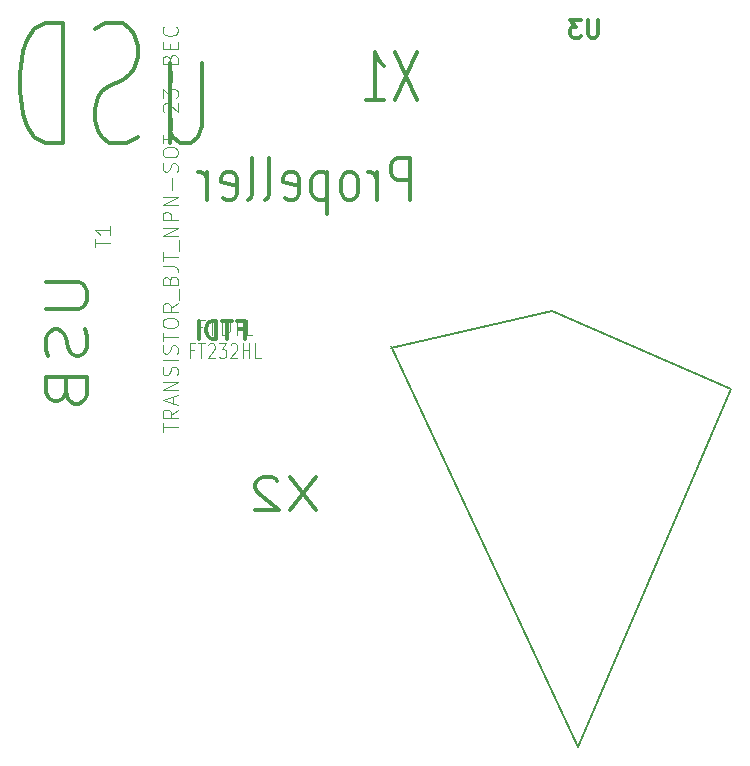
<source format=gbo>
G04 (created by PCBNEW (2013-07-07 BZR 4022)-stable) date 6/4/2014 12:52:27 AM*
%MOIN*%
G04 Gerber Fmt 3.4, Leading zero omitted, Abs format*
%FSLAX34Y34*%
G01*
G70*
G90*
G04 APERTURE LIST*
%ADD10C,0.00590551*%
%ADD11C,0.011811*%
%ADD12C,0.00787402*%
%ADD13C,0.0035*%
G04 APERTURE END LIST*
G54D10*
G54D11*
X30349Y-42742D02*
X31465Y-42742D01*
X31596Y-42817D01*
X31662Y-42892D01*
X31727Y-43042D01*
X31727Y-43342D01*
X31662Y-43492D01*
X31596Y-43567D01*
X31465Y-43642D01*
X30349Y-43642D01*
X31662Y-44317D02*
X31727Y-44542D01*
X31727Y-44917D01*
X31662Y-45067D01*
X31596Y-45142D01*
X31465Y-45217D01*
X31334Y-45217D01*
X31202Y-45142D01*
X31137Y-45067D01*
X31071Y-44917D01*
X31005Y-44617D01*
X30940Y-44467D01*
X30874Y-44392D01*
X30743Y-44317D01*
X30612Y-44317D01*
X30481Y-44392D01*
X30415Y-44467D01*
X30349Y-44617D01*
X30349Y-44992D01*
X30415Y-45217D01*
X31005Y-46417D02*
X31071Y-46642D01*
X31137Y-46717D01*
X31268Y-46792D01*
X31465Y-46792D01*
X31596Y-46717D01*
X31662Y-46642D01*
X31727Y-46492D01*
X31727Y-45892D01*
X30349Y-45892D01*
X30349Y-46417D01*
X30415Y-46567D01*
X30481Y-46642D01*
X30612Y-46717D01*
X30743Y-46717D01*
X30874Y-46642D01*
X30940Y-46567D01*
X31005Y-46417D01*
X31005Y-45892D01*
X36786Y-44315D02*
X36983Y-44315D01*
X36983Y-44625D02*
X36983Y-44034D01*
X36702Y-44034D01*
X36561Y-44034D02*
X36224Y-44034D01*
X36392Y-44625D02*
X36392Y-44034D01*
X36027Y-44625D02*
X36027Y-44034D01*
X35886Y-44034D01*
X35802Y-44062D01*
X35745Y-44118D01*
X35717Y-44175D01*
X35689Y-44287D01*
X35689Y-44371D01*
X35717Y-44484D01*
X35745Y-44540D01*
X35802Y-44596D01*
X35886Y-44625D01*
X36027Y-44625D01*
X35436Y-44625D02*
X35436Y-44034D01*
X39361Y-49249D02*
X38495Y-50352D01*
X38495Y-49249D02*
X39361Y-50352D01*
X38062Y-49354D02*
X38000Y-49302D01*
X37876Y-49249D01*
X37567Y-49249D01*
X37443Y-49302D01*
X37381Y-49354D01*
X37320Y-49459D01*
X37320Y-49564D01*
X37381Y-49722D01*
X38124Y-50352D01*
X37320Y-50352D01*
X48749Y-33998D02*
X48749Y-34476D01*
X48721Y-34532D01*
X48693Y-34560D01*
X48637Y-34589D01*
X48524Y-34589D01*
X48468Y-34560D01*
X48440Y-34532D01*
X48412Y-34476D01*
X48412Y-33998D01*
X48187Y-33998D02*
X47821Y-33998D01*
X48018Y-34223D01*
X47934Y-34223D01*
X47878Y-34251D01*
X47850Y-34279D01*
X47821Y-34335D01*
X47821Y-34476D01*
X47850Y-34532D01*
X47878Y-34560D01*
X47934Y-34589D01*
X48103Y-34589D01*
X48159Y-34560D01*
X48187Y-34532D01*
X42718Y-35069D02*
X41991Y-36659D01*
X41991Y-35069D02*
X42718Y-36659D01*
X41005Y-36659D02*
X41628Y-36659D01*
X41316Y-36659D02*
X41316Y-35069D01*
X41420Y-35296D01*
X41524Y-35447D01*
X41628Y-35523D01*
X42469Y-39998D02*
X42469Y-38608D01*
X42053Y-38608D01*
X41950Y-38674D01*
X41898Y-38740D01*
X41846Y-38873D01*
X41846Y-39071D01*
X41898Y-39204D01*
X41950Y-39270D01*
X42053Y-39336D01*
X42469Y-39336D01*
X41378Y-39998D02*
X41378Y-39071D01*
X41378Y-39336D02*
X41326Y-39204D01*
X41274Y-39138D01*
X41171Y-39071D01*
X41067Y-39071D01*
X40547Y-39998D02*
X40651Y-39932D01*
X40703Y-39866D01*
X40755Y-39733D01*
X40755Y-39336D01*
X40703Y-39204D01*
X40651Y-39138D01*
X40547Y-39071D01*
X40392Y-39071D01*
X40288Y-39138D01*
X40236Y-39204D01*
X40184Y-39336D01*
X40184Y-39733D01*
X40236Y-39866D01*
X40288Y-39932D01*
X40392Y-39998D01*
X40547Y-39998D01*
X39717Y-39071D02*
X39717Y-40462D01*
X39717Y-39138D02*
X39613Y-39071D01*
X39405Y-39071D01*
X39301Y-39138D01*
X39249Y-39204D01*
X39197Y-39336D01*
X39197Y-39733D01*
X39249Y-39866D01*
X39301Y-39932D01*
X39405Y-39998D01*
X39613Y-39998D01*
X39717Y-39932D01*
X38314Y-39932D02*
X38418Y-39998D01*
X38626Y-39998D01*
X38730Y-39932D01*
X38782Y-39800D01*
X38782Y-39270D01*
X38730Y-39138D01*
X38626Y-39071D01*
X38418Y-39071D01*
X38314Y-39138D01*
X38263Y-39270D01*
X38263Y-39402D01*
X38782Y-39535D01*
X37639Y-39998D02*
X37743Y-39932D01*
X37795Y-39800D01*
X37795Y-38608D01*
X37068Y-39998D02*
X37172Y-39932D01*
X37224Y-39800D01*
X37224Y-38608D01*
X36237Y-39932D02*
X36341Y-39998D01*
X36549Y-39998D01*
X36653Y-39932D01*
X36705Y-39800D01*
X36705Y-39270D01*
X36653Y-39138D01*
X36549Y-39071D01*
X36341Y-39071D01*
X36237Y-39138D01*
X36185Y-39270D01*
X36185Y-39402D01*
X36705Y-39535D01*
X35718Y-39998D02*
X35718Y-39071D01*
X35718Y-39336D02*
X35666Y-39204D01*
X35614Y-39138D01*
X35510Y-39071D01*
X35406Y-39071D01*
X34470Y-35432D02*
X34470Y-38099D01*
X35542Y-35432D02*
X35542Y-37527D01*
X35423Y-37908D01*
X35185Y-38099D01*
X34827Y-38099D01*
X34589Y-37908D01*
X34470Y-37718D01*
X33399Y-37908D02*
X33042Y-38099D01*
X32446Y-38099D01*
X32208Y-37908D01*
X32089Y-37718D01*
X31970Y-37337D01*
X31970Y-36956D01*
X32089Y-36575D01*
X32208Y-36384D01*
X32446Y-36194D01*
X32923Y-36003D01*
X33161Y-35813D01*
X33280Y-35622D01*
X33399Y-35241D01*
X33399Y-34860D01*
X33280Y-34480D01*
X33161Y-34289D01*
X32923Y-34099D01*
X32327Y-34099D01*
X31970Y-34289D01*
X30899Y-38099D02*
X30899Y-34099D01*
X30304Y-34099D01*
X29946Y-34289D01*
X29708Y-34670D01*
X29589Y-35051D01*
X29470Y-35813D01*
X29470Y-36384D01*
X29589Y-37146D01*
X29708Y-37527D01*
X29946Y-37908D01*
X30304Y-38099D01*
X30899Y-38099D01*
G54D12*
X47200Y-43712D02*
X41852Y-44922D01*
X53198Y-46316D02*
X47200Y-43712D01*
X48084Y-58222D02*
X53198Y-46316D01*
X41852Y-44874D02*
X48084Y-58222D01*
G54D13*
X31989Y-41586D02*
X31989Y-41301D01*
X32489Y-41444D02*
X31989Y-41444D01*
X32489Y-40872D02*
X32489Y-41158D01*
X32489Y-41015D02*
X31989Y-41015D01*
X32060Y-41063D01*
X32108Y-41110D01*
X32132Y-41158D01*
X34239Y-47729D02*
X34239Y-47444D01*
X34739Y-47586D02*
X34239Y-47586D01*
X34739Y-46991D02*
X34501Y-47158D01*
X34739Y-47277D02*
X34239Y-47277D01*
X34239Y-47086D01*
X34263Y-47039D01*
X34287Y-47015D01*
X34334Y-46991D01*
X34406Y-46991D01*
X34453Y-47015D01*
X34477Y-47039D01*
X34501Y-47086D01*
X34501Y-47277D01*
X34596Y-46801D02*
X34596Y-46563D01*
X34739Y-46848D02*
X34239Y-46682D01*
X34739Y-46515D01*
X34739Y-46348D02*
X34239Y-46348D01*
X34739Y-46063D01*
X34239Y-46063D01*
X34715Y-45848D02*
X34739Y-45777D01*
X34739Y-45658D01*
X34715Y-45610D01*
X34691Y-45586D01*
X34644Y-45563D01*
X34596Y-45563D01*
X34548Y-45586D01*
X34525Y-45610D01*
X34501Y-45658D01*
X34477Y-45753D01*
X34453Y-45801D01*
X34429Y-45825D01*
X34382Y-45848D01*
X34334Y-45848D01*
X34287Y-45825D01*
X34263Y-45801D01*
X34239Y-45753D01*
X34239Y-45634D01*
X34263Y-45563D01*
X34739Y-45348D02*
X34239Y-45348D01*
X34715Y-45134D02*
X34739Y-45063D01*
X34739Y-44944D01*
X34715Y-44896D01*
X34691Y-44872D01*
X34644Y-44848D01*
X34596Y-44848D01*
X34548Y-44872D01*
X34525Y-44896D01*
X34501Y-44944D01*
X34477Y-45039D01*
X34453Y-45086D01*
X34429Y-45110D01*
X34382Y-45134D01*
X34334Y-45134D01*
X34287Y-45110D01*
X34263Y-45086D01*
X34239Y-45039D01*
X34239Y-44920D01*
X34263Y-44848D01*
X34239Y-44706D02*
X34239Y-44420D01*
X34739Y-44563D02*
X34239Y-44563D01*
X34239Y-44158D02*
X34239Y-44063D01*
X34263Y-44015D01*
X34310Y-43967D01*
X34406Y-43944D01*
X34572Y-43944D01*
X34667Y-43967D01*
X34715Y-44015D01*
X34739Y-44063D01*
X34739Y-44158D01*
X34715Y-44206D01*
X34667Y-44253D01*
X34572Y-44277D01*
X34406Y-44277D01*
X34310Y-44253D01*
X34263Y-44206D01*
X34239Y-44158D01*
X34739Y-43444D02*
X34501Y-43610D01*
X34739Y-43729D02*
X34239Y-43729D01*
X34239Y-43539D01*
X34263Y-43491D01*
X34287Y-43467D01*
X34334Y-43444D01*
X34406Y-43444D01*
X34453Y-43467D01*
X34477Y-43491D01*
X34501Y-43539D01*
X34501Y-43729D01*
X34787Y-43348D02*
X34787Y-42967D01*
X34477Y-42682D02*
X34501Y-42610D01*
X34525Y-42586D01*
X34572Y-42563D01*
X34644Y-42563D01*
X34691Y-42586D01*
X34715Y-42610D01*
X34739Y-42658D01*
X34739Y-42848D01*
X34239Y-42848D01*
X34239Y-42682D01*
X34263Y-42634D01*
X34287Y-42610D01*
X34334Y-42586D01*
X34382Y-42586D01*
X34429Y-42610D01*
X34453Y-42634D01*
X34477Y-42682D01*
X34477Y-42848D01*
X34239Y-42206D02*
X34596Y-42206D01*
X34667Y-42229D01*
X34715Y-42277D01*
X34739Y-42348D01*
X34739Y-42396D01*
X34239Y-42039D02*
X34239Y-41753D01*
X34739Y-41896D02*
X34239Y-41896D01*
X34787Y-41706D02*
X34787Y-41325D01*
X34739Y-41206D02*
X34239Y-41206D01*
X34739Y-40920D01*
X34239Y-40920D01*
X34739Y-40682D02*
X34239Y-40682D01*
X34239Y-40491D01*
X34263Y-40444D01*
X34287Y-40420D01*
X34334Y-40396D01*
X34406Y-40396D01*
X34453Y-40420D01*
X34477Y-40444D01*
X34501Y-40491D01*
X34501Y-40682D01*
X34739Y-40182D02*
X34239Y-40182D01*
X34739Y-39896D01*
X34239Y-39896D01*
X34548Y-39658D02*
X34548Y-39277D01*
X34715Y-39063D02*
X34739Y-38991D01*
X34739Y-38872D01*
X34715Y-38825D01*
X34691Y-38801D01*
X34644Y-38777D01*
X34596Y-38777D01*
X34548Y-38801D01*
X34525Y-38825D01*
X34501Y-38872D01*
X34477Y-38967D01*
X34453Y-39015D01*
X34429Y-39039D01*
X34382Y-39063D01*
X34334Y-39063D01*
X34287Y-39039D01*
X34263Y-39015D01*
X34239Y-38967D01*
X34239Y-38848D01*
X34263Y-38777D01*
X34239Y-38467D02*
X34239Y-38372D01*
X34263Y-38325D01*
X34310Y-38277D01*
X34406Y-38253D01*
X34572Y-38253D01*
X34667Y-38277D01*
X34715Y-38325D01*
X34739Y-38372D01*
X34739Y-38467D01*
X34715Y-38515D01*
X34667Y-38563D01*
X34572Y-38586D01*
X34406Y-38586D01*
X34310Y-38563D01*
X34263Y-38515D01*
X34239Y-38467D01*
X34239Y-38110D02*
X34239Y-37825D01*
X34739Y-37967D02*
X34239Y-37967D01*
X34548Y-37658D02*
X34548Y-37277D01*
X34287Y-37063D02*
X34263Y-37039D01*
X34239Y-36991D01*
X34239Y-36872D01*
X34263Y-36825D01*
X34287Y-36801D01*
X34334Y-36777D01*
X34382Y-36777D01*
X34453Y-36801D01*
X34739Y-37086D01*
X34739Y-36777D01*
X34239Y-36610D02*
X34239Y-36301D01*
X34429Y-36467D01*
X34429Y-36396D01*
X34453Y-36348D01*
X34477Y-36325D01*
X34525Y-36301D01*
X34644Y-36301D01*
X34691Y-36325D01*
X34715Y-36348D01*
X34739Y-36396D01*
X34739Y-36539D01*
X34715Y-36586D01*
X34691Y-36610D01*
X34548Y-36086D02*
X34548Y-35706D01*
X34477Y-35301D02*
X34501Y-35229D01*
X34525Y-35206D01*
X34572Y-35182D01*
X34644Y-35182D01*
X34691Y-35206D01*
X34715Y-35229D01*
X34739Y-35277D01*
X34739Y-35467D01*
X34239Y-35467D01*
X34239Y-35301D01*
X34263Y-35253D01*
X34287Y-35229D01*
X34334Y-35206D01*
X34382Y-35206D01*
X34429Y-35229D01*
X34453Y-35253D01*
X34477Y-35301D01*
X34477Y-35467D01*
X34477Y-34967D02*
X34477Y-34801D01*
X34739Y-34729D02*
X34739Y-34967D01*
X34239Y-34967D01*
X34239Y-34729D01*
X34691Y-34229D02*
X34715Y-34253D01*
X34739Y-34325D01*
X34739Y-34372D01*
X34715Y-34444D01*
X34667Y-34491D01*
X34620Y-34515D01*
X34525Y-34539D01*
X34453Y-34539D01*
X34358Y-34515D01*
X34310Y-34491D01*
X34263Y-34444D01*
X34239Y-34372D01*
X34239Y-34325D01*
X34263Y-34253D01*
X34287Y-34229D01*
X35564Y-44228D02*
X35398Y-44228D01*
X35398Y-44490D02*
X35398Y-43990D01*
X35636Y-43990D01*
X35755Y-43990D02*
X36041Y-43990D01*
X35898Y-44490D02*
X35898Y-43990D01*
X36207Y-44490D02*
X36207Y-43990D01*
X36326Y-43990D01*
X36398Y-44014D01*
X36445Y-44061D01*
X36469Y-44109D01*
X36493Y-44204D01*
X36493Y-44276D01*
X36469Y-44371D01*
X36445Y-44418D01*
X36398Y-44466D01*
X36326Y-44490D01*
X36207Y-44490D01*
X36707Y-44490D02*
X36707Y-43990D01*
X37207Y-44490D02*
X36921Y-44490D01*
X37064Y-44490D02*
X37064Y-43990D01*
X37017Y-44061D01*
X36969Y-44109D01*
X36921Y-44133D01*
X35269Y-45015D02*
X35138Y-45015D01*
X35138Y-45277D02*
X35138Y-44777D01*
X35325Y-44777D01*
X35419Y-44777D02*
X35644Y-44777D01*
X35531Y-45277D02*
X35531Y-44777D01*
X35756Y-44825D02*
X35775Y-44801D01*
X35812Y-44777D01*
X35906Y-44777D01*
X35944Y-44801D01*
X35962Y-44825D01*
X35981Y-44872D01*
X35981Y-44920D01*
X35962Y-44991D01*
X35737Y-45277D01*
X35981Y-45277D01*
X36112Y-44777D02*
X36356Y-44777D01*
X36225Y-44968D01*
X36281Y-44968D01*
X36319Y-44991D01*
X36337Y-45015D01*
X36356Y-45063D01*
X36356Y-45182D01*
X36337Y-45230D01*
X36319Y-45253D01*
X36281Y-45277D01*
X36169Y-45277D01*
X36131Y-45253D01*
X36112Y-45230D01*
X36506Y-44825D02*
X36525Y-44801D01*
X36562Y-44777D01*
X36656Y-44777D01*
X36694Y-44801D01*
X36712Y-44825D01*
X36731Y-44872D01*
X36731Y-44920D01*
X36712Y-44991D01*
X36487Y-45277D01*
X36731Y-45277D01*
X36900Y-45277D02*
X36900Y-44777D01*
X36900Y-45015D02*
X37125Y-45015D01*
X37125Y-45277D02*
X37125Y-44777D01*
X37500Y-45277D02*
X37312Y-45277D01*
X37312Y-44777D01*
M02*

</source>
